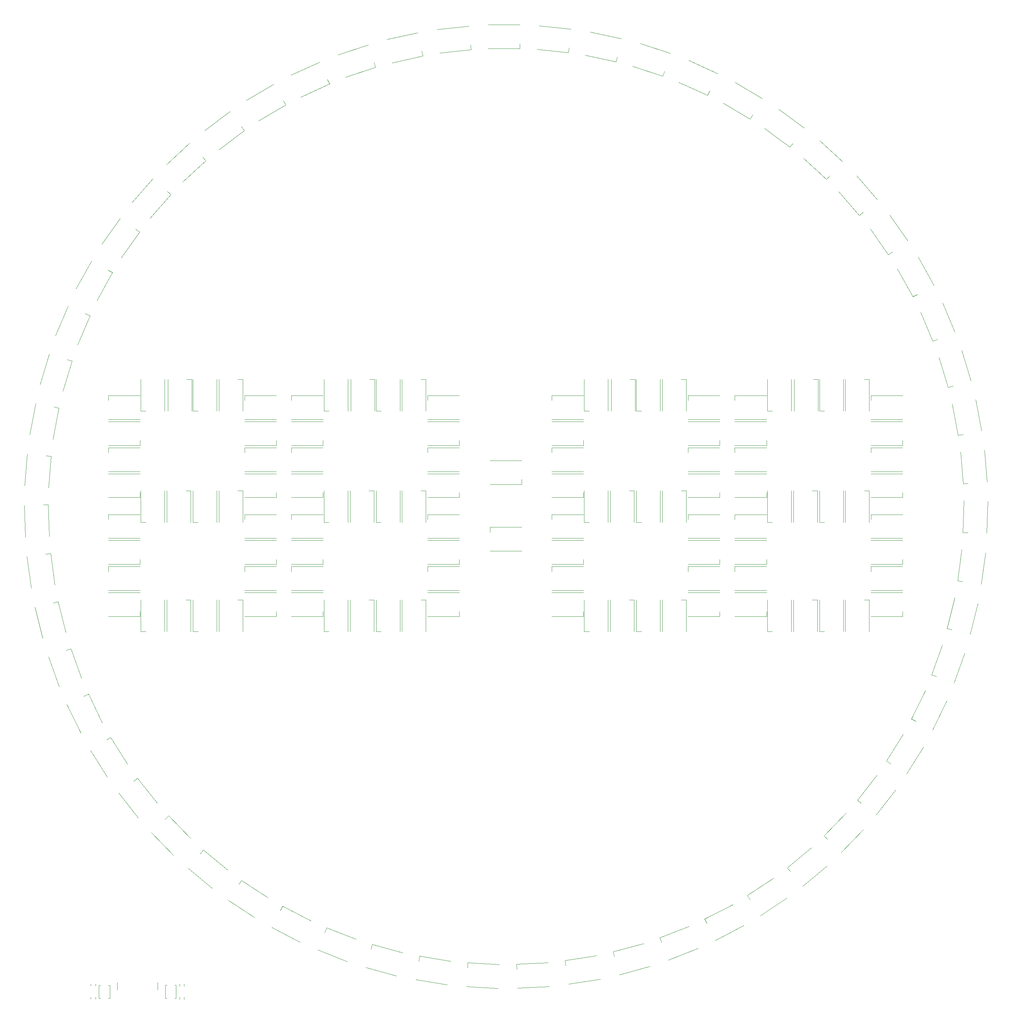
<source format=gbr>
%TF.GenerationSoftware,KiCad,Pcbnew,8.0.9*%
%TF.CreationDate,2025-07-03T09:04:04+02:00*%
%TF.ProjectId,Project,50726f6a-6563-4742-9e6b-696361645f70,rev?*%
%TF.SameCoordinates,Original*%
%TF.FileFunction,Legend,Top*%
%TF.FilePolarity,Positive*%
%FSLAX46Y46*%
G04 Gerber Fmt 4.6, Leading zero omitted, Abs format (unit mm)*
G04 Created by KiCad (PCBNEW 8.0.9) date 2025-07-03 09:04:04*
%MOMM*%
%LPD*%
G01*
G04 APERTURE LIST*
%ADD10C,0.100000*%
%ADD11C,0.120000*%
G04 APERTURE END LIST*
D10*
%TO.C,SW1*%
X246194100Y-333534337D02*
X246194100Y-330534337D01*
X246504300Y-333534337D02*
X246194100Y-333534337D01*
X248694100Y-333534337D02*
X248383900Y-333534337D01*
X246194100Y-330534337D02*
X246504300Y-330534337D01*
X248694100Y-330534337D02*
X248694100Y-333534337D01*
X248694100Y-330534337D02*
X248383900Y-330534337D01*
%TO.C,SW2*%
X261483200Y-333484537D02*
X261483200Y-330484537D01*
X261793400Y-333484537D02*
X261483200Y-333484537D01*
X263983200Y-333484537D02*
X263673000Y-333484537D01*
X261483200Y-330484537D02*
X261793400Y-330484537D01*
X263983200Y-330484537D02*
X263983200Y-333484537D01*
X263983200Y-330484537D02*
X263673000Y-330484537D01*
D11*
%TO.C,J1*%
X250394400Y-331572137D02*
X250394400Y-329872137D01*
X259734400Y-331572137D02*
X259734400Y-329872137D01*
%TO.C,D113*%
X304050000Y-216550000D02*
X304050000Y-223850000D01*
X308400000Y-216550000D02*
X309550000Y-216550000D01*
X309550000Y-216550000D02*
X309550000Y-223850000D01*
%TO.C,D68*%
X279750000Y-222050000D02*
X287050000Y-222050000D01*
X279750000Y-223200000D02*
X279750000Y-222050000D01*
X279750000Y-227550000D02*
X287050000Y-227550000D01*
%TO.C,D95*%
X329250000Y-212650000D02*
X321950000Y-212650000D01*
X329250000Y-217000000D02*
X329250000Y-218150000D01*
X329250000Y-218150000D02*
X321950000Y-218150000D01*
%TO.C,D165*%
X392750001Y-222050000D02*
X400050001Y-222050000D01*
X392750001Y-223200000D02*
X392750001Y-222050000D01*
X392750001Y-227550000D02*
X400050001Y-227550000D01*
%TO.C,D159*%
X412250000Y-249050000D02*
X412250000Y-241750000D01*
X413400000Y-249050000D02*
X412250000Y-249050000D01*
X417750000Y-249050000D02*
X417750000Y-241750000D01*
%TO.C,D60*%
X255850000Y-198250000D02*
X255850000Y-190950000D01*
X257000000Y-198250000D02*
X255850000Y-198250000D01*
X261350000Y-198250000D02*
X261350000Y-190950000D01*
%TO.C,D21*%
X427696349Y-278845484D02*
X431568411Y-272657017D01*
X428671244Y-279455467D02*
X427696349Y-278845484D01*
X432358893Y-281762791D02*
X436230955Y-275574324D01*
%TO.C,D136*%
X357850001Y-228050000D02*
X350550001Y-228050000D01*
X357850001Y-232400000D02*
X357850001Y-233550000D01*
X357850001Y-233550000D02*
X350550001Y-233550000D01*
%TO.C,D135*%
X350550001Y-234050000D02*
X357850001Y-234050000D01*
X350550001Y-235200000D02*
X350550001Y-234050000D01*
X350550001Y-239550000D02*
X357850001Y-239550000D01*
%TO.C,D137*%
X350550001Y-222050000D02*
X357850001Y-222050000D01*
X350550001Y-223200000D02*
X350550001Y-222050000D01*
X350550001Y-227550000D02*
X357850001Y-227550000D01*
%TO.C,D61*%
X262050000Y-190950000D02*
X262050000Y-198250000D01*
X266400000Y-190950000D02*
X267550000Y-190950000D01*
X267550000Y-190950000D02*
X267550000Y-198250000D01*
%TO.C,D161*%
X400250000Y-249050000D02*
X400250000Y-241750000D01*
X401400000Y-249050000D02*
X400250000Y-249050000D01*
X405750000Y-249050000D02*
X405750000Y-241750000D01*
%TO.C,D70*%
X279750000Y-234050000D02*
X287050000Y-234050000D01*
X279750000Y-235200000D02*
X279750000Y-234050000D01*
X279750000Y-239550000D02*
X287050000Y-239550000D01*
%TO.C,D145*%
X376050000Y-216550000D02*
X376050000Y-223850000D01*
X380400000Y-216550000D02*
X381550000Y-216550000D01*
X381550000Y-216550000D02*
X381550000Y-223850000D01*
%TO.C,D142*%
X358050000Y-223850000D02*
X358050000Y-216550000D01*
X359200000Y-223850000D02*
X358050000Y-223850000D01*
X363550000Y-223850000D02*
X363550000Y-216550000D01*
%TO.C,D82*%
X255650000Y-200650000D02*
X248350000Y-200650000D01*
X255650000Y-205000000D02*
X255650000Y-206150000D01*
X255650000Y-206150000D02*
X248350000Y-206150000D01*
%TO.C,D134*%
X357850001Y-240050000D02*
X350550001Y-240050000D01*
X357850001Y-244400000D02*
X357850001Y-245550000D01*
X357850001Y-245550000D02*
X350550001Y-245550000D01*
%TO.C,D169*%
X392750000Y-194650000D02*
X400050000Y-194650000D01*
X392750000Y-195800000D02*
X392750000Y-194650000D01*
X392750000Y-200150000D02*
X400050000Y-200150000D01*
%TO.C,D90*%
X310050000Y-198250000D02*
X310050000Y-190950000D01*
X311200000Y-198250000D02*
X310050000Y-198250000D01*
X315550000Y-198250000D02*
X315550000Y-190950000D01*
%TO.C,D67*%
X287050000Y-212650000D02*
X279750000Y-212650000D01*
X287050000Y-217000000D02*
X287050000Y-218150000D01*
X287050000Y-218150000D02*
X279750000Y-218150000D01*
%TO.C,D155*%
X431450000Y-228050000D02*
X424150000Y-228050000D01*
X431450000Y-232400000D02*
X431450000Y-233550000D01*
X431450000Y-233550000D02*
X424150000Y-233550000D01*
%TO.C,D153*%
X431450000Y-212650000D02*
X424150000Y-212650000D01*
X431450000Y-217000000D02*
X431450000Y-218150000D01*
X431450000Y-218150000D02*
X424150000Y-218150000D01*
%TO.C,D122*%
X381950000Y-194649999D02*
X389250000Y-194649999D01*
X381950000Y-195799999D02*
X381950000Y-194649999D01*
X381950000Y-200149999D02*
X389250000Y-200149999D01*
%TO.C,D44*%
X229606915Y-231754615D02*
X230575838Y-238990027D01*
X233918427Y-231177243D02*
X235058252Y-231024605D01*
X235058252Y-231024605D02*
X236027175Y-238260017D01*
%TO.C,D48*%
X234697698Y-185106302D02*
X232590275Y-192095490D01*
X238862489Y-186362095D02*
X239963525Y-186694088D01*
X239963525Y-186694088D02*
X237856102Y-193683276D01*
%TO.C,D5*%
X386487224Y-125495826D02*
X379839589Y-122479380D01*
X386962417Y-124448596D02*
X386487224Y-125495826D01*
X388759889Y-120487334D02*
X382112254Y-117470888D01*
%TO.C,D103*%
X298050000Y-249050000D02*
X298050000Y-241750000D01*
X299200000Y-249050000D02*
X298050000Y-249050000D01*
X303550000Y-249050000D02*
X303550000Y-241750000D01*
%TO.C,D17*%
X444092368Y-237367453D02*
X445061254Y-230132036D01*
X445232194Y-237520086D02*
X444092368Y-237367453D01*
X449543710Y-238097436D02*
X450512596Y-230862019D01*
%TO.C,D168*%
X400050001Y-200650000D02*
X392750001Y-200650000D01*
X400050001Y-205000000D02*
X400050001Y-206150000D01*
X400050001Y-206150000D02*
X392750001Y-206150000D01*
%TO.C,D131*%
X370050000Y-249050000D02*
X370050000Y-241750000D01*
X371200000Y-249050000D02*
X370050000Y-249050000D01*
X375550000Y-249050000D02*
X375550000Y-241750000D01*
%TO.C,D160*%
X406250000Y-241750000D02*
X406250000Y-249050000D01*
X410600000Y-241750000D02*
X411750000Y-241750000D01*
X411750000Y-241750000D02*
X411750000Y-249050000D01*
%TO.C,D15*%
X445369136Y-214976227D02*
X444786689Y-207699500D01*
X446515470Y-214884471D02*
X445369136Y-214976227D01*
X450851601Y-214537396D02*
X450269154Y-207260669D01*
%TO.C,D78*%
X255650000Y-228050000D02*
X248350000Y-228050000D01*
X255650000Y-232400000D02*
X255650000Y-233550000D01*
X255650000Y-233550000D02*
X248350000Y-233550000D01*
%TO.C,D164*%
X400050001Y-228050000D02*
X392750001Y-228050000D01*
X400050001Y-232400000D02*
X400050001Y-233550000D01*
X400050001Y-233550000D02*
X392750001Y-233550000D01*
%TO.C,D151*%
X431450000Y-200649999D02*
X424150000Y-200649999D01*
X431450000Y-204999999D02*
X431450000Y-206149999D01*
X431450000Y-206149999D02*
X424150000Y-206149999D01*
%TO.C,D10*%
X428129303Y-162207169D02*
X423933350Y-156233562D01*
X429070351Y-161546162D02*
X428129303Y-162207169D01*
X432629966Y-159045834D02*
X428434013Y-153072227D01*
%TO.C,D75*%
X255850000Y-249050000D02*
X255850000Y-241750000D01*
X257000000Y-249050000D02*
X255850000Y-249050000D01*
X261350000Y-249050000D02*
X261350000Y-241750000D01*
%TO.C,D162*%
X400050001Y-240050000D02*
X392750001Y-240050000D01*
X400050001Y-244400000D02*
X400050001Y-245550000D01*
X400050001Y-245550000D02*
X392750001Y-245550000D01*
%TO.C,D74*%
X261850000Y-241750000D02*
X261850000Y-249050000D01*
X266200000Y-241750000D02*
X267350000Y-241750000D01*
X267350000Y-241750000D02*
X267350000Y-249050000D01*
%TO.C,D149*%
X418250000Y-190950000D02*
X418250000Y-198250000D01*
X422600000Y-190950000D02*
X423750000Y-190950000D01*
X423750000Y-190950000D02*
X423750000Y-198250000D01*
%TO.C,D72*%
X273850000Y-241750000D02*
X273850000Y-249050000D01*
X278200000Y-241750000D02*
X279350000Y-241750000D01*
X279350000Y-241750000D02*
X279350000Y-249050000D01*
%TO.C,D126*%
X381950000Y-222050000D02*
X389250000Y-222050000D01*
X381950000Y-223200000D02*
X381950000Y-222050000D01*
X381950000Y-227550000D02*
X389250000Y-227550000D01*
%TO.C,D63*%
X273850000Y-190950000D02*
X273850000Y-198250000D01*
X278200000Y-190950000D02*
X279350000Y-190950000D01*
X279350000Y-190950000D02*
X279350000Y-198250000D01*
%TO.C,D99*%
X329250000Y-240050000D02*
X321950000Y-240050000D01*
X329250000Y-244400000D02*
X329250000Y-245550000D01*
X329250000Y-245550000D02*
X321950000Y-245550000D01*
%TO.C,D120*%
X370050000Y-198250000D02*
X370050000Y-190950000D01*
X371200000Y-198250000D02*
X370050000Y-198250000D01*
X375550000Y-198250000D02*
X375550000Y-190950000D01*
%TO.C,D121*%
X376050000Y-190950000D02*
X376050000Y-198250000D01*
X380400000Y-190950000D02*
X381550000Y-190950000D01*
X381550000Y-190950000D02*
X381550000Y-198250000D01*
%TO.C,D158*%
X418250000Y-241750000D02*
X418250000Y-249050000D01*
X422600000Y-241750000D02*
X423750000Y-241750000D01*
X423750000Y-241750000D02*
X423750000Y-249050000D01*
%TO.C,D148*%
X412250000Y-198250000D02*
X412250000Y-190950000D01*
X413400000Y-198250000D02*
X412250000Y-198250000D01*
X417750000Y-198250000D02*
X417750000Y-190950000D01*
%TO.C,D2*%
X354390510Y-115687534D02*
X347131866Y-114911592D01*
X354512748Y-114544049D02*
X354390510Y-115687534D01*
X354975124Y-110218692D02*
X347716480Y-109442750D01*
%TO.C,D71*%
X287050000Y-240050000D02*
X279750000Y-240050000D01*
X287050000Y-244400000D02*
X287050000Y-245550000D01*
X287050000Y-245550000D02*
X279750000Y-245550000D01*
%TO.C,D107*%
X290550001Y-222050000D02*
X297850001Y-222050000D01*
X290550001Y-223200000D02*
X290550001Y-222050000D01*
X290550001Y-227550000D02*
X297850001Y-227550000D01*
%TO.C,D150*%
X424150000Y-194649999D02*
X431450000Y-194649999D01*
X424150000Y-195799999D02*
X424150000Y-194649999D01*
X424150000Y-200149999D02*
X431450000Y-200149999D01*
%TO.C,D57*%
X308190750Y-113859443D02*
X301260159Y-116152236D01*
X309557004Y-117989316D02*
X309918197Y-119081122D01*
X309918197Y-119081122D02*
X302987606Y-121373915D01*
%TO.C,D104*%
X297850001Y-240050000D02*
X290550001Y-240050000D01*
X297850001Y-244400000D02*
X297850001Y-245550000D01*
X297850001Y-245550000D02*
X290550001Y-245550000D01*
%TO.C,D146*%
X400250000Y-198250000D02*
X400250000Y-190950000D01*
X401400000Y-198250000D02*
X400250000Y-198250000D01*
X405750000Y-198250000D02*
X405750000Y-190950000D01*
%TO.C,D12*%
X438396549Y-182146596D02*
X435558128Y-175421021D01*
X439456058Y-181699447D02*
X438396549Y-182146596D01*
X443463762Y-180008059D02*
X440625341Y-173282484D01*
%TO.C,D58*%
X319674255Y-111080768D02*
X312539218Y-112623897D01*
X320593790Y-115332469D02*
X320836886Y-116456481D01*
X320836886Y-116456481D02*
X313701849Y-117999610D01*
%TO.C,D147*%
X406450000Y-190950000D02*
X406450000Y-198250000D01*
X410800000Y-190950000D02*
X411950000Y-190950000D01*
X411950000Y-190950000D02*
X411950000Y-198250000D01*
%TO.C,D112*%
X298050000Y-223850000D02*
X298050000Y-216550000D01*
X299200000Y-223850000D02*
X298050000Y-223850000D01*
X303550000Y-223850000D02*
X303550000Y-216550000D01*
%TO.C,D37*%
X266723597Y-303570925D02*
X272343398Y-308230090D01*
X269499949Y-300222139D02*
X270233928Y-299336828D01*
X270233928Y-299336828D02*
X275853729Y-303995993D01*
%TO.C,D32*%
X319192937Y-329228476D02*
X326399999Y-330389620D01*
X319884851Y-324933857D02*
X320067771Y-323798498D01*
X320067771Y-323798498D02*
X327274833Y-324959642D01*
%TO.C,D51*%
X251048342Y-153809149D02*
X246852419Y-159782777D01*
X254607970Y-156309459D02*
X255549021Y-156970461D01*
X255549021Y-156970461D02*
X251353098Y-162944089D01*
%TO.C,D140*%
X357850001Y-200650000D02*
X350550001Y-200650000D01*
X357850001Y-205000000D02*
X357850001Y-206150000D01*
X357850001Y-206150000D02*
X350550001Y-206150000D01*
%TO.C,D144*%
X370050000Y-223850000D02*
X370050000Y-216550000D01*
X371200000Y-223850000D02*
X370050000Y-223850000D01*
X375550000Y-223850000D02*
X375550000Y-216550000D01*
%TO.C,D77*%
X248350000Y-234050000D02*
X255650000Y-234050000D01*
X248350000Y-235200000D02*
X248350000Y-234050000D01*
X248350000Y-239550000D02*
X255650000Y-239550000D01*
%TO.C,D19*%
X438111338Y-258982828D02*
X440587771Y-252115712D01*
X439193144Y-259372951D02*
X438111338Y-258982828D01*
X443285193Y-260848634D02*
X445761626Y-253981518D01*
%TO.C,D24*%
X404839545Y-303421247D02*
X410459324Y-298762053D01*
X405573527Y-304306554D02*
X404839545Y-303421247D01*
X408349896Y-307655327D02*
X413969675Y-302996133D01*
%TO.C,D91*%
X316050000Y-190950000D02*
X316050000Y-198250000D01*
X320400000Y-190950000D02*
X321550000Y-190950000D01*
X321550000Y-190950000D02*
X321550000Y-198250000D01*
%TO.C,D84*%
X255850000Y-223850000D02*
X255850000Y-216550000D01*
X257000000Y-223850000D02*
X255850000Y-223850000D01*
X261350000Y-223850000D02*
X261350000Y-216550000D01*
%TO.C,D80*%
X255650000Y-212650000D02*
X248350000Y-212650000D01*
X255650000Y-217000000D02*
X255650000Y-218150000D01*
X255650000Y-218150000D02*
X248350000Y-218150000D01*
%TO.C,D38*%
X258276943Y-295309815D02*
X263369669Y-300539933D01*
X261393520Y-292275108D02*
X262217443Y-291472829D01*
X262217443Y-291472829D02*
X267310169Y-296702947D01*
%TO.C,D92*%
X321950000Y-194649999D02*
X329250000Y-194649999D01*
X321950000Y-195799999D02*
X321950000Y-194649999D01*
X321950000Y-200149999D02*
X329250000Y-200149999D01*
%TO.C,D101*%
X310050000Y-249050000D02*
X310050000Y-241750000D01*
X311200000Y-249050000D02*
X310050000Y-249050000D01*
X315550000Y-249050000D02*
X315550000Y-241750000D01*
%TO.C,D25*%
X395626346Y-309841798D02*
X401709530Y-305806345D01*
X396262068Y-310800108D02*
X395626346Y-309841798D01*
X398666756Y-314425019D02*
X404749940Y-310389566D01*
%TO.C,D34*%
X296616398Y-322366558D02*
X303415159Y-325024911D01*
X298200485Y-318315241D02*
X298619267Y-317244203D01*
X298619267Y-317244203D02*
X305418028Y-319902556D01*
%TO.C,D69*%
X287050000Y-228050000D02*
X279750000Y-228050000D01*
X287050000Y-232400000D02*
X287050000Y-233550000D01*
X287050000Y-233550000D02*
X279750000Y-233550000D01*
%TO.C,D123*%
X389250000Y-200649999D02*
X381950000Y-200649999D01*
X389250000Y-204999999D02*
X389250000Y-206149999D01*
X389250000Y-206149999D02*
X381950000Y-206149999D01*
%TO.C,D97*%
X329250000Y-228050000D02*
X321950000Y-228050000D01*
X329250000Y-232400000D02*
X329250000Y-233550000D01*
X329250000Y-233550000D02*
X321950000Y-233550000D01*
%TO.C,D43*%
X231460492Y-243423213D02*
X233193002Y-250514645D01*
X235686208Y-242390827D02*
X236803352Y-242117897D01*
X236803352Y-242117897D02*
X238535862Y-249209329D01*
%TO.C,D115*%
X316050000Y-216550000D02*
X316050000Y-223850000D01*
X320400000Y-216550000D02*
X321550000Y-216550000D01*
X321550000Y-216550000D02*
X321550000Y-223850000D01*
%TO.C,D16*%
X445327451Y-226205865D02*
X445521772Y-218908446D01*
X446477044Y-226236477D02*
X445327451Y-226205865D01*
X450825502Y-226352276D02*
X451019823Y-219054857D01*
%TO.C,D46*%
X229658976Y-208158359D02*
X229076566Y-215435089D01*
X233995110Y-208505412D02*
X235141444Y-208597161D01*
X235141444Y-208597161D02*
X234559034Y-215873891D01*
%TO.C,D129*%
X389250000Y-240050000D02*
X381950000Y-240050000D01*
X389250000Y-244400000D02*
X389250000Y-245550000D01*
X389250000Y-245550000D02*
X381950000Y-245550000D01*
%TO.C,D117*%
X336300000Y-225000000D02*
X343600000Y-225000000D01*
X336300000Y-226150000D02*
X336300000Y-225000000D01*
X336300000Y-230500000D02*
X343600000Y-230500000D01*
%TO.C,D64*%
X279750000Y-194650000D02*
X287050000Y-194650000D01*
X279750000Y-195800000D02*
X279750000Y-194650000D01*
X279750000Y-200150000D02*
X287050000Y-200150000D01*
%TO.C,D110*%
X297850001Y-200650000D02*
X290550001Y-200650000D01*
X297850001Y-205000000D02*
X297850001Y-206150000D01*
X297850001Y-206150000D02*
X290550001Y-206150000D01*
%TO.C,D49*%
X239024484Y-174112175D02*
X236186095Y-180837765D01*
X243032198Y-175803544D02*
X244091709Y-176250687D01*
X244091709Y-176250687D02*
X241253320Y-182976277D01*
%TO.C,D143*%
X364050000Y-216550000D02*
X364050000Y-223850000D01*
X368400000Y-216550000D02*
X369550000Y-216550000D01*
X369550000Y-216550000D02*
X369550000Y-223850000D01*
%TO.C,D27*%
X375420680Y-319574634D02*
X382219427Y-316916247D01*
X375839466Y-320645670D02*
X375420680Y-319574634D01*
X377423573Y-324696979D02*
X384222320Y-322038592D01*
%TO.C,D22*%
X420965904Y-287834789D02*
X425473824Y-282092955D01*
X421870440Y-288544941D02*
X420965904Y-287834789D01*
X425291944Y-291231167D02*
X429799864Y-285489333D01*
%TO.C,D166*%
X400050001Y-212650000D02*
X392750001Y-212650000D01*
X400050001Y-217000000D02*
X400050001Y-218150000D01*
X400050001Y-218150000D02*
X392750001Y-218150000D01*
%TO.C,D62*%
X267850000Y-198250000D02*
X267850000Y-190950000D01*
X269000000Y-198250000D02*
X267850000Y-198250000D01*
X273350000Y-198250000D02*
X273350000Y-190950000D01*
%TO.C,D53*%
X267092206Y-136506535D02*
X261728377Y-141458236D01*
X270042877Y-139702790D02*
X270822939Y-140547776D01*
X270822939Y-140547776D02*
X265459110Y-145499477D01*
%TO.C,D100*%
X316050000Y-241750000D02*
X316050000Y-249050000D01*
X320400000Y-241750000D02*
X321550000Y-241750000D01*
X321550000Y-241750000D02*
X321550000Y-249050000D01*
%TO.C,D111*%
X290550000Y-194650000D02*
X297850000Y-194650000D01*
X290550000Y-195800000D02*
X290550000Y-194650000D01*
X290550000Y-200150000D02*
X297850000Y-200150000D01*
%TO.C,D14*%
X444216947Y-203805777D02*
X442864331Y-196632185D01*
X445347034Y-203592694D02*
X444216947Y-203805777D01*
X449621709Y-202786683D02*
X448269093Y-195613091D01*
%TO.C,D94*%
X321950000Y-206649999D02*
X329250000Y-206649999D01*
X321950000Y-207799999D02*
X321950000Y-206649999D01*
X321950000Y-212149999D02*
X329250000Y-212149999D01*
%TO.C,D130*%
X376050000Y-241750000D02*
X376050000Y-249050000D01*
X380400000Y-241750000D02*
X381550000Y-241750000D01*
X381550000Y-241750000D02*
X381550000Y-249050000D01*
%TO.C,D65*%
X287050000Y-200650000D02*
X279750000Y-200650000D01*
X287050000Y-205000000D02*
X287050000Y-206150000D01*
X287050000Y-206150000D02*
X279750000Y-206150000D01*
%TO.C,D59*%
X331388058Y-109538454D02*
X324129418Y-110314436D01*
X331850457Y-113863812D02*
X331972700Y-115007296D01*
X331972700Y-115007296D02*
X324714060Y-115783278D01*
%TO.C,D35*%
X286002543Y-317176374D02*
X292480223Y-320542330D01*
X288008284Y-313316386D02*
X288538537Y-312295930D01*
X288538537Y-312295930D02*
X295016217Y-315661886D01*
%TO.C,D23*%
X413318085Y-296057767D02*
X418410785Y-290827623D01*
X414142012Y-296860042D02*
X413318085Y-296057767D01*
X417258605Y-299894733D02*
X422351305Y-294664589D01*
%TO.C,D141*%
X350550000Y-194650000D02*
X357850000Y-194650000D01*
X350550000Y-195800000D02*
X350550000Y-194650000D01*
X350550000Y-200150000D02*
X357850000Y-200150000D01*
%TO.C,D41*%
X238822093Y-265841796D02*
X242014459Y-272406763D01*
X242734094Y-263939496D02*
X243768301Y-263436589D01*
X243768301Y-263436589D02*
X246960667Y-270001556D01*
%TO.C,D86*%
X267850000Y-223850000D02*
X267850000Y-216550000D01*
X269000000Y-223850000D02*
X267850000Y-223850000D01*
X273350000Y-223850000D02*
X273350000Y-216550000D01*
%TO.C,D30*%
X342417076Y-325670850D02*
X349706729Y-325282310D01*
X342478284Y-326819220D02*
X342417076Y-325670850D01*
X342709811Y-331163054D02*
X349999464Y-330774514D01*
%TO.C,D152*%
X424150000Y-206649999D02*
X431450000Y-206649999D01*
X424150000Y-207799999D02*
X424150000Y-206649999D01*
X424150000Y-212149999D02*
X431450000Y-212149999D01*
%TO.C,D102*%
X304050000Y-241750000D02*
X304050000Y-249050000D01*
X308400000Y-241750000D02*
X309550000Y-241750000D01*
X309550000Y-241750000D02*
X309550000Y-249050000D01*
%TO.C,D163*%
X392750001Y-234050000D02*
X400050001Y-234050000D01*
X392750001Y-235200000D02*
X392750001Y-234050000D01*
X392750001Y-239550000D02*
X400050001Y-239550000D01*
%TO.C,D114*%
X310050000Y-223850000D02*
X310050000Y-216550000D01*
X311200000Y-223850000D02*
X310050000Y-223850000D01*
X315550000Y-223850000D02*
X315550000Y-216550000D01*
%TO.C,D87*%
X273850000Y-216550000D02*
X273850000Y-223850000D01*
X278200000Y-216550000D02*
X279350000Y-216550000D01*
X279350000Y-216550000D02*
X279350000Y-223850000D01*
%TO.C,D52*%
X258609179Y-144730292D02*
X253802070Y-150224080D01*
X261882874Y-147594802D02*
X262748334Y-148352086D01*
X262748334Y-148352086D02*
X257941225Y-153845874D01*
%TO.C,D133*%
X358050000Y-249050000D02*
X358050000Y-241750000D01*
X359200000Y-249050000D02*
X358050000Y-249050000D01*
X363550000Y-249050000D02*
X363550000Y-241750000D01*
%TO.C,D73*%
X267850000Y-249050000D02*
X267850000Y-241750000D01*
X269000000Y-249050000D02*
X267850000Y-249050000D01*
X273350000Y-249050000D02*
X273350000Y-241750000D01*
%TO.C,D42*%
X234543863Y-254828682D02*
X237020330Y-261695786D01*
X238635904Y-253352979D02*
X239717708Y-252962850D01*
X239717708Y-252962850D02*
X242194175Y-259829954D01*
%TO.C,D118*%
X358050000Y-198250000D02*
X358050000Y-190950000D01*
X359200000Y-198250000D02*
X358050000Y-198250000D01*
X363550000Y-198250000D02*
X363550000Y-190950000D01*
%TO.C,D7*%
X405455572Y-137462399D02*
X399595774Y-133108920D01*
X406141394Y-136539280D02*
X405455572Y-137462399D01*
X408735592Y-133047484D02*
X402875794Y-128694005D01*
%TO.C,D29*%
X353614238Y-324816418D02*
X360821294Y-323655238D01*
X353797164Y-325951777D02*
X353614238Y-324816418D01*
X354489100Y-330246392D02*
X361696156Y-329085212D01*
%TO.C,D89*%
X304250000Y-190950000D02*
X304250000Y-198250000D01*
X308600000Y-190950000D02*
X309750000Y-190950000D01*
X309750000Y-190950000D02*
X309750000Y-198250000D01*
%TO.C,D40*%
X244246707Y-276337770D02*
X248118800Y-282526218D01*
X247934344Y-274030427D02*
X248909236Y-273420440D01*
X248909236Y-273420440D02*
X252781329Y-279608888D01*
%TO.C,D127*%
X389250000Y-228050000D02*
X381950000Y-228050000D01*
X389250000Y-232400000D02*
X389250000Y-233550000D01*
X389250000Y-233550000D02*
X381950000Y-233550000D01*
%TO.C,D157*%
X431450000Y-240050000D02*
X424150000Y-240050000D01*
X431450000Y-244400000D02*
X431450000Y-245550000D01*
X431450000Y-245550000D02*
X424150000Y-245550000D01*
%TO.C,D132*%
X364050000Y-241750000D02*
X364050000Y-249050000D01*
X368400000Y-241750000D02*
X369550000Y-241750000D01*
X369550000Y-241750000D02*
X369550000Y-249050000D01*
%TO.C,D18*%
X441677878Y-248334528D02*
X443410352Y-241243087D01*
X442795022Y-248607452D02*
X441677878Y-248334528D01*
X447020744Y-249639817D02*
X448753218Y-242548376D01*
%TO.C,D8*%
X413879215Y-144888620D02*
X408515361Y-139936946D01*
X414659273Y-144043629D02*
X413879215Y-144888620D01*
X417609927Y-140847360D02*
X412246073Y-135895686D01*
%TO.C,D20*%
X433433160Y-269191704D02*
X436625493Y-262626720D01*
X434467370Y-269694606D02*
X433433160Y-269191704D01*
X438379381Y-271596886D02*
X441571714Y-265031902D01*
%TO.C,D66*%
X279750000Y-206650000D02*
X287050000Y-206650000D01*
X279750000Y-207800000D02*
X279750000Y-206650000D01*
X279750000Y-212150000D02*
X287050000Y-212150000D01*
%TO.C,D50*%
X244495361Y-163640241D02*
X240958167Y-170026026D01*
X248300589Y-165748021D02*
X249306569Y-166305250D01*
X249306569Y-166305250D02*
X245769375Y-172691035D01*
%TO.C,D36*%
X276000501Y-310887412D02*
X282083705Y-314922834D01*
X278405170Y-307262489D02*
X279040887Y-306304176D01*
X279040887Y-306304176D02*
X285124091Y-310339598D01*
%TO.C,D93*%
X329250000Y-200649999D02*
X321950000Y-200649999D01*
X329250000Y-204999999D02*
X329250000Y-206149999D01*
X329250000Y-206149999D02*
X321950000Y-206149999D01*
%TO.C,D109*%
X290550001Y-206650000D02*
X297850001Y-206650000D01*
X290550001Y-207800000D02*
X290550001Y-206650000D01*
X290550001Y-212150000D02*
X297850001Y-212150000D01*
%TO.C,D173*%
X418250000Y-216550000D02*
X418250000Y-223850000D01*
X422600000Y-216550000D02*
X423750000Y-216550000D01*
X423750000Y-216550000D02*
X423750000Y-223850000D01*
%TO.C,D76*%
X255650000Y-240050000D02*
X248350000Y-240050000D01*
X255650000Y-244400000D02*
X255650000Y-245550000D01*
X255650000Y-245550000D02*
X248350000Y-245550000D01*
%TO.C,D125*%
X389250000Y-212650000D02*
X381950000Y-212650000D01*
X389250000Y-217000000D02*
X389250000Y-218150000D01*
X389250000Y-218150000D02*
X381950000Y-218150000D01*
%TO.C,D139*%
X350550001Y-206650000D02*
X357850001Y-206650000D01*
X350550001Y-207800000D02*
X350550001Y-206650000D01*
X350550001Y-212150000D02*
X357850001Y-212150000D01*
%TO.C,D98*%
X321950000Y-234050000D02*
X329250000Y-234050000D01*
X321950000Y-235200000D02*
X321950000Y-234050000D01*
X321950000Y-239550000D02*
X329250000Y-239550000D01*
%TO.C,D47*%
X231564026Y-196498055D02*
X230211447Y-203671654D01*
X235838705Y-197304044D02*
X236968793Y-197517122D01*
X236968793Y-197517122D02*
X235616214Y-204690721D01*
%TO.C,D26*%
X385782882Y-315246674D02*
X392260545Y-311880685D01*
X386313140Y-316267128D02*
X385782882Y-315246674D01*
X388318901Y-320127105D02*
X394796564Y-316761116D01*
%TO.C,D106*%
X297850001Y-228050000D02*
X290550001Y-228050000D01*
X297850001Y-232400000D02*
X297850001Y-233550000D01*
X297850001Y-233550000D02*
X290550001Y-233550000D01*
%TO.C,D88*%
X298050000Y-198250000D02*
X298050000Y-190950000D01*
X299200000Y-198250000D02*
X298050000Y-198250000D01*
X303550000Y-198250000D02*
X303550000Y-190950000D01*
%TO.C,D83*%
X248350000Y-194650000D02*
X255650000Y-194650000D01*
X248350000Y-195800000D02*
X248350000Y-194650000D01*
X248350000Y-200150000D02*
X255650000Y-200150000D01*
%TO.C,D31*%
X330899820Y-330822462D02*
X338189474Y-331210965D01*
X331131325Y-326478627D02*
X331192528Y-325330257D01*
X331192528Y-325330257D02*
X338482182Y-325718760D01*
%TO.C,D33*%
X307721805Y-326399156D02*
X314764616Y-328319785D01*
X308866290Y-322202413D02*
X309168854Y-321092929D01*
X309168854Y-321092929D02*
X316211665Y-323013558D01*
%TO.C,D55*%
X286431002Y-122986292D02*
X280141674Y-126692281D01*
X288639365Y-126734042D02*
X289223186Y-127724827D01*
X289223186Y-127724827D02*
X282933858Y-131430816D01*
%TO.C,D6*%
X396290293Y-130973628D02*
X390000947Y-127267671D01*
X396874109Y-129982841D02*
X396290293Y-130973628D01*
X399082453Y-126235079D02*
X392793107Y-122529122D01*
%TO.C,D96*%
X321950000Y-222050000D02*
X329250000Y-222050000D01*
X321950000Y-223200000D02*
X321950000Y-222050000D01*
X321950000Y-227550000D02*
X329250000Y-227550000D01*
%TO.C,D108*%
X297850001Y-212650000D02*
X290550001Y-212650000D01*
X297850001Y-217000000D02*
X297850001Y-218150000D01*
X297850001Y-218150000D02*
X290550001Y-218150000D01*
%TO.C,D54*%
X276401305Y-129231057D02*
X270541530Y-133584566D01*
X278995519Y-132722841D02*
X279681346Y-133645956D01*
X279681346Y-133645956D02*
X273821571Y-137999465D01*
%TO.C,D156*%
X424150000Y-234050000D02*
X431450000Y-234050000D01*
X424150000Y-235200000D02*
X424150000Y-234050000D01*
X424150000Y-239550000D02*
X431450000Y-239550000D01*
%TO.C,D56*%
X297067656Y-117842996D02*
X290420037Y-120859476D01*
X298865148Y-121804248D02*
X299340347Y-122851476D01*
X299340347Y-122851476D02*
X292692728Y-125867956D01*
%TO.C,D39*%
X250756242Y-286197682D02*
X255264190Y-291939494D01*
X254177732Y-283511439D02*
X255082264Y-282801282D01*
X255082264Y-282801282D02*
X259590212Y-288543094D01*
%TO.C,D167*%
X392750001Y-206650000D02*
X400050001Y-206650000D01*
X392750001Y-207800000D02*
X392750001Y-206650000D01*
X392750001Y-212150000D02*
X400050001Y-212150000D01*
%TO.C,D170*%
X400250000Y-223850000D02*
X400250000Y-216550000D01*
X401400000Y-223850000D02*
X400250000Y-223850000D01*
X405750000Y-223850000D02*
X405750000Y-216550000D01*
%TO.C,D1*%
X343200000Y-109250000D02*
X335900000Y-109250000D01*
X343200000Y-113600000D02*
X343200000Y-114750000D01*
X343200000Y-114750000D02*
X335900000Y-114750000D01*
%TO.C,D79*%
X248350000Y-222050000D02*
X255650000Y-222050000D01*
X248350000Y-223200000D02*
X248350000Y-222050000D01*
X248350000Y-227550000D02*
X255650000Y-227550000D01*
%TO.C,D119*%
X364250000Y-190950000D02*
X364250000Y-198250000D01*
X368600000Y-190950000D02*
X369750000Y-190950000D01*
X369750000Y-190950000D02*
X369750000Y-198250000D01*
%TO.C,D11*%
X433794289Y-171903272D02*
X430257062Y-165517504D01*
X434800266Y-171346037D02*
X433794289Y-171903272D01*
X438605484Y-169238238D02*
X435068257Y-162852470D01*
%TO.C,D105*%
X290550001Y-234050000D02*
X297850001Y-234050000D01*
X290550001Y-235200000D02*
X290550001Y-234050000D01*
X290550001Y-239550000D02*
X297850001Y-239550000D01*
%TO.C,D4*%
X376157436Y-121091059D02*
X369226833Y-118798301D01*
X376518624Y-119999251D02*
X376157436Y-121091059D01*
X377884857Y-115869371D02*
X370954254Y-113576613D01*
%TO.C,D124*%
X381950000Y-206649999D02*
X389250000Y-206649999D01*
X381950000Y-207799999D02*
X381950000Y-206649999D01*
X381950000Y-212149999D02*
X389250000Y-212149999D01*
%TO.C,D154*%
X424150000Y-222050000D02*
X431450000Y-222050000D01*
X424150000Y-223200000D02*
X424150000Y-222050000D01*
X424150000Y-227550000D02*
X431450000Y-227550000D01*
%TO.C,D28*%
X364657146Y-322776643D02*
X371699947Y-320855978D01*
X364959717Y-323886125D02*
X364657146Y-322776643D01*
X366104223Y-328082862D02*
X373147024Y-326162197D01*
%TO.C,D116*%
X343600000Y-209650000D02*
X336300000Y-209650000D01*
X343600000Y-214000000D02*
X343600000Y-215150000D01*
X343600000Y-215150000D02*
X336300000Y-215150000D01*
%TO.C,D45*%
X229004133Y-219955100D02*
X229198491Y-227252512D01*
X233352591Y-219839284D02*
X234502183Y-219808666D01*
X234502183Y-219808666D02*
X234696541Y-227106078D01*
%TO.C,D171*%
X406250000Y-216550000D02*
X406250000Y-223850000D01*
X410600000Y-216550000D02*
X411750000Y-216550000D01*
X411750000Y-216550000D02*
X411750000Y-223850000D01*
%TO.C,D128*%
X381950000Y-234050000D02*
X389250000Y-234050000D01*
X381950000Y-235200000D02*
X381950000Y-234050000D01*
X381950000Y-239550000D02*
X389250000Y-239550000D01*
%TO.C,D172*%
X412250000Y-223850000D02*
X412250000Y-216550000D01*
X413400000Y-223850000D02*
X412250000Y-223850000D01*
X417750000Y-223850000D02*
X417750000Y-216550000D01*
%TO.C,D85*%
X261850000Y-216550000D02*
X261850000Y-223850000D01*
X266200000Y-216550000D02*
X267350000Y-216550000D01*
X267350000Y-216550000D02*
X267350000Y-223850000D01*
%TO.C,D9*%
X421465778Y-153168145D02*
X416658641Y-147674382D01*
X422331234Y-152410857D02*
X421465778Y-153168145D01*
X425604915Y-149546330D02*
X420797778Y-144052567D01*
%TO.C,D138*%
X357850001Y-212650000D02*
X350550001Y-212650000D01*
X357850001Y-217000000D02*
X357850001Y-218150000D01*
X357850001Y-218150000D02*
X350550001Y-218150000D01*
%TO.C,R5*%
X265821100Y-330713195D02*
X265821100Y-330238679D01*
X264776100Y-330713195D02*
X264776100Y-330238679D01*
%TO.C,R3*%
X244329100Y-330673258D02*
X244329100Y-330198742D01*
X245374100Y-330673258D02*
X245374100Y-330198742D01*
%TO.C,R6*%
X265816500Y-333761195D02*
X265816500Y-333286679D01*
X264771500Y-333761195D02*
X264771500Y-333286679D01*
%TO.C,R4*%
X244324500Y-333708058D02*
X244324500Y-333233542D01*
X245369500Y-333708058D02*
X245369500Y-333233542D01*
%TO.C,D3*%
X365417971Y-117809232D02*
X358282926Y-116266139D01*
X365661061Y-116685216D02*
X365417971Y-117809232D01*
X366580574Y-112433515D02*
X359445529Y-110890422D01*
%TO.C,D13*%
X441883940Y-192821080D02*
X439776482Y-185831901D01*
X442984975Y-192489083D02*
X441883940Y-192821080D01*
X447149760Y-191233269D02*
X445042302Y-184244090D01*
%TO.C,D81*%
X248350000Y-206650000D02*
X255650000Y-206650000D01*
X248350000Y-207800000D02*
X248350000Y-206650000D01*
X248350000Y-212150000D02*
X255650000Y-212150000D01*
%TD*%
M02*

</source>
